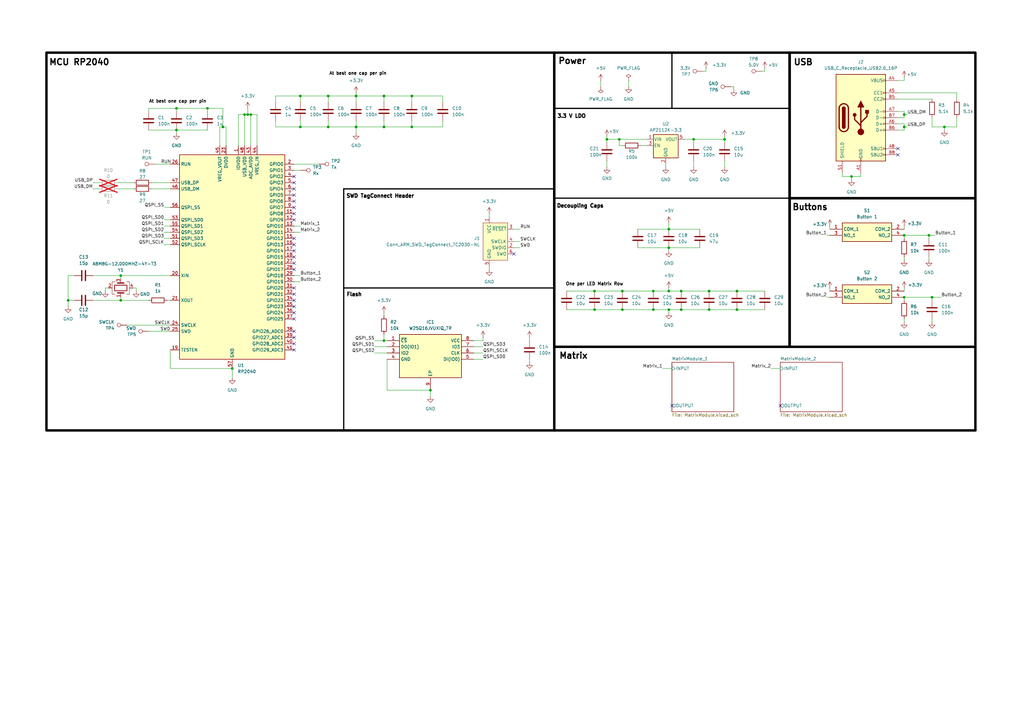
<source format=kicad_sch>
(kicad_sch (version 20231120) (generator "eeschema") (generator_version "8.0")
  (paper "A3")
  (title_block (title "TGL-Board") (date "24.03.2024") (rev "1.1") (company "Beo"))
  (junction (at 274.32 93.98))
  (junction (at 27.94 123.19))
  (junction (at 146.05 39.37))
  (junction (at 157.48 52.07))
  (junction (at 370.84 121.92))
  (junction (at 72.39 53.34))
  (junction (at 274.32 127))
  (junction (at 274.32 101.6))
  (junction (at 297.18 57.15))
  (junction (at 381 96.52))
  (junction (at 85.09 44.45))
  (junction (at 349.25 72.39))
  (junction (at 254 57.15))
  (junction (at 123.19 39.37))
  (junction (at 49.53 113.03))
  (junction (at 176.53 160.02))
  (junction (at 95.25 151.13))
  (junction (at 255.27 127))
  (junction (at 100.33 46.99))
  (junction (at 49.53 123.19))
  (junction (at 123.19 52.07))
  (junction (at 302.26 119.38))
  (junction (at 72.39 44.45))
  (junction (at 146.05 52.07))
  (junction (at 284.48 57.15))
  (junction (at 302.26 127))
  (junction (at 157.48 139.7))
  (junction (at 279.4 127))
  (junction (at 382.27 121.92))
  (junction (at 370.84 96.52))
  (junction (at 168.91 39.37))
  (junction (at 290.83 119.38))
  (junction (at 101.6 46.99))
  (junction (at 267.97 127))
  (junction (at 290.83 127))
  (junction (at 370.84 46.99))
  (junction (at 370.84 52.07))
  (junction (at 134.62 39.37))
  (junction (at 243.84 127))
  (junction (at 267.97 119.38))
  (junction (at 157.48 39.37))
  (junction (at 91.44 52.07))
  (junction (at 279.4 119.38))
  (junction (at 134.62 52.07))
  (junction (at 248.92 57.15))
  (junction (at 387.35 52.07))
  (junction (at 102.87 46.99))
  (junction (at 168.91 52.07))
  (junction (at 255.27 119.38))
  (junction (at 243.84 119.38))
  (junction (at 274.32 119.38))
  (no_connect (at 368.3 60.96))
  (no_connect (at 120.65 74.93))
  (no_connect (at 120.65 125.73))
  (no_connect (at 120.65 105.41))
  (no_connect (at 120.65 107.95))
  (no_connect (at 120.65 82.55))
  (no_connect (at 368.3 63.5))
  (no_connect (at 120.65 90.17))
  (no_connect (at 120.65 80.01))
  (no_connect (at 120.65 110.49))
  (no_connect (at 120.65 102.87))
  (no_connect (at 120.65 118.11))
  (no_connect (at 120.65 85.09))
  (no_connect (at 120.65 120.65))
  (no_connect (at 120.65 87.63))
  (no_connect (at 120.65 143.51))
  (no_connect (at 120.65 77.47))
  (no_connect (at 120.65 97.79))
  (no_connect (at 210.82 104.14))
  (no_connect (at 275.59 166.37))
  (no_connect (at 120.65 72.39))
  (no_connect (at 120.65 135.89))
  (no_connect (at 120.65 100.33))
  (no_connect (at 320.04 166.37))
  (no_connect (at 120.65 140.97))
  (no_connect (at 120.65 130.81))
  (no_connect (at 120.65 138.43))
  (no_connect (at 120.65 128.27))
  (no_connect (at 120.65 123.19))
  (wire (pts (xy 370.84 121.92) (xy 382.27 121.92)))
  (wire (pts (xy 49.53 123.19) (xy 49.53 121.92)))
  (wire (pts (xy 273.05 68.58) (xy 273.05 67.31)))
  (wire (pts (xy 72.39 53.34) (xy 72.39 54.61)))
  (wire (pts (xy 392.43 48.26) (xy 392.43 52.07)))
  (wire (pts (xy 217.17 138.43) (xy 217.17 139.7)))
  (wire (pts (xy 232.41 119.38) (xy 243.84 119.38)))
  (wire (pts (xy 302.26 127) (xy 313.69 127)))
  (wire (pts (xy 279.4 119.38) (xy 290.83 119.38)))
  (wire (pts (xy 157.48 39.37) (xy 157.48 41.91)))
  (wire (pts (xy 368.3 48.26) (xy 370.84 48.26)))
  (wire (pts (xy 297.18 55.88) (xy 297.18 57.15)))
  (wire (pts (xy 67.31 85.09) (xy 69.85 85.09)))
  (wire (pts (xy 254 57.15) (xy 254 59.69)))
  (wire (pts (xy 274.32 91.44) (xy 274.32 93.98)))
  (wire (pts (xy 382.27 121.92) (xy 386.08 121.92)))
  (wire (pts (xy 382.27 52.07) (xy 387.35 52.07)))
  (wire (pts (xy 123.19 39.37) (xy 123.19 41.91)))
  (wire (pts (xy 123.19 92.71) (xy 120.65 92.71)))
  (wire (pts (xy 284.48 58.42) (xy 284.48 57.15)))
  (wire (pts (xy 134.62 52.07) (xy 134.62 49.53)))
  (wire (pts (xy 100.33 46.99) (xy 100.33 59.69)))
  (wire (pts (xy 217.17 148.59) (xy 217.17 147.32)))
  (wire (pts (xy 113.03 39.37) (xy 123.19 39.37)))
  (wire (pts (xy 72.39 53.34) (xy 85.09 53.34)))
  (wire (pts (xy 243.84 127) (xy 255.27 127)))
  (polyline (pts (xy 227.33 77.47) (xy 140.97 77.47)) (stroke (width 0.5) (color 0 0 0 1)))
  (wire (pts (xy 381 96.52) (xy 381 97.79)))
  (wire (pts (xy 69.85 123.19) (xy 68.58 123.19)))
  (wire (pts (xy 300.99 35.56) (xy 299.72 35.56)))
  (wire (pts (xy 168.91 39.37) (xy 168.91 41.91)))
  (wire (pts (xy 248.92 58.42) (xy 248.92 57.15)))
  (wire (pts (xy 297.18 58.42) (xy 297.18 57.15)))
  (wire (pts (xy 181.61 39.37) (xy 181.61 41.91)))
  (wire (pts (xy 134.62 52.07) (xy 146.05 52.07)))
  (wire (pts (xy 153.67 144.78) (xy 158.75 144.78)))
  (wire (pts (xy 274.32 93.98) (xy 287.02 93.98)))
  (wire (pts (xy 284.48 68.58) (xy 284.48 66.04)))
  (wire (pts (xy 69.85 113.03) (xy 49.53 113.03)))
  (wire (pts (xy 289.56 27.94) (xy 289.56 29.21)))
  (wire (pts (xy 213.36 101.6) (xy 210.82 101.6)))
  (wire (pts (xy 158.75 160.02) (xy 176.53 160.02)))
  (wire (pts (xy 43.18 118.11) (xy 44.45 118.11)))
  (wire (pts (xy 48.26 77.47) (xy 54.61 77.47)))
  (wire (pts (xy 372.11 52.07) (xy 370.84 52.07)))
  (wire (pts (xy 55.88 119.38) (xy 55.88 118.11)))
  (wire (pts (xy 300.99 36.83) (xy 300.99 35.56)))
  (wire (pts (xy 123.19 115.57) (xy 120.65 115.57)))
  (wire (pts (xy 213.36 93.98) (xy 210.82 93.98)))
  (polyline (pts (xy 227.33 81.28) (xy 323.85 81.28)) (stroke (width 0.5) (color 0 0 0 1)))
  (wire (pts (xy 370.84 105.41) (xy 370.84 106.68)))
  (wire (pts (xy 392.43 40.64) (xy 392.43 38.1)))
  (wire (pts (xy 60.96 123.19) (xy 49.53 123.19)))
  (polyline (pts (xy 400.05 142.24) (xy 400.05 176.53)) (stroke (width 1) (color 0 0 0 1)))
  (wire (pts (xy 69.85 143.51) (xy 69.85 151.13)))
  (wire (pts (xy 113.03 52.07) (xy 113.03 49.53)))
  (wire (pts (xy 382.27 48.26) (xy 382.27 52.07)))
  (wire (pts (xy 123.19 95.25) (xy 120.65 95.25)))
  (wire (pts (xy 158.75 147.32) (xy 158.75 160.02)))
  (wire (pts (xy 370.84 45.72) (xy 370.84 46.99)))
  (wire (pts (xy 123.19 52.07) (xy 134.62 52.07)))
  (wire (pts (xy 370.84 96.52) (xy 381 96.52)))
  (wire (pts (xy 38.1 74.93) (xy 40.64 74.93)))
  (wire (pts (xy 60.96 53.34) (xy 72.39 53.34)))
  (wire (pts (xy 157.48 52.07) (xy 168.91 52.07)))
  (wire (pts (xy 60.96 135.89) (xy 69.85 135.89)))
  (wire (pts (xy 274.32 127) (xy 279.4 127)))
  (wire (pts (xy 27.94 125.73) (xy 27.94 123.19)))
  (wire (pts (xy 392.43 38.1) (xy 368.3 38.1)))
  (wire (pts (xy 157.48 129.54) (xy 157.48 128.27)))
  (wire (pts (xy 267.97 119.38) (xy 274.32 119.38)))
  (wire (pts (xy 62.23 74.93) (xy 69.85 74.93)))
  (wire (pts (xy 90.17 59.69) (xy 90.17 52.07)))
  (wire (pts (xy 368.3 53.34) (xy 370.84 53.34)))
  (wire (pts (xy 30.48 113.03) (xy 27.94 113.03)))
  (wire (pts (xy 267.97 127) (xy 274.32 127)))
  (wire (pts (xy 297.18 57.15) (xy 284.48 57.15)))
  (wire (pts (xy 248.92 68.58) (xy 248.92 66.04)))
  (wire (pts (xy 157.48 139.7) (xy 158.75 139.7)))
  (wire (pts (xy 382.27 123.19) (xy 382.27 121.92)))
  (wire (pts (xy 340.36 92.71) (xy 340.36 93.98)))
  (wire (pts (xy 370.84 123.19) (xy 370.84 121.92)))
  (wire (pts (xy 85.09 45.72) (xy 85.09 44.45)))
  (wire (pts (xy 368.3 40.64) (xy 382.27 40.64)))
  (wire (pts (xy 274.32 119.38) (xy 279.4 119.38)))
  (wire (pts (xy 382.27 130.81) (xy 382.27 132.08)))
  (wire (pts (xy 349.25 72.39) (xy 353.06 72.39)))
  (wire (pts (xy 153.67 142.24) (xy 158.75 142.24)))
  (wire (pts (xy 97.79 46.99) (xy 97.79 59.69)))
  (wire (pts (xy 370.84 52.07) (xy 370.84 53.34)))
  (wire (pts (xy 181.61 52.07) (xy 181.61 49.53)))
  (wire (pts (xy 243.84 119.38) (xy 255.27 119.38)))
  (wire (pts (xy 290.83 127) (xy 302.26 127)))
  (wire (pts (xy 257.81 35.56) (xy 257.81 33.02)))
  (wire (pts (xy 101.6 44.45) (xy 101.6 46.99)))
  (wire (pts (xy 176.53 162.56) (xy 176.53 160.02)))
  (wire (pts (xy 102.87 46.99) (xy 101.6 46.99)))
  (wire (pts (xy 100.33 46.99) (xy 97.79 46.99)))
  (wire (pts (xy 198.12 142.24) (xy 194.31 142.24)))
  (wire (pts (xy 38.1 77.47) (xy 40.64 77.47)))
  (wire (pts (xy 85.09 44.45) (xy 91.44 44.45)))
  (wire (pts (xy 198.12 138.43) (xy 198.12 139.7)))
  (wire (pts (xy 261.62 93.98) (xy 274.32 93.98)))
  (wire (pts (xy 92.71 59.69) (xy 92.71 52.07)))
  (wire (pts (xy 134.62 39.37) (xy 134.62 41.91)))
  (wire (pts (xy 62.23 77.47) (xy 69.85 77.47)))
  (wire (pts (xy 370.84 33.02) (xy 368.3 33.02)))
  (wire (pts (xy 60.96 44.45) (xy 72.39 44.45)))
  (wire (pts (xy 274.32 102.87) (xy 274.32 101.6)))
  (wire (pts (xy 198.12 147.32) (xy 194.31 147.32)))
  (wire (pts (xy 313.69 29.21) (xy 312.42 29.21)))
  (wire (pts (xy 63.5 67.31) (xy 69.85 67.31)))
  (wire (pts (xy 43.18 119.38) (xy 43.18 118.11)))
  (wire (pts (xy 120.65 69.85) (xy 123.19 69.85)))
  (wire (pts (xy 387.35 52.07) (xy 392.43 52.07)))
  (wire (pts (xy 353.06 72.39) (xy 353.06 71.12)))
  (wire (pts (xy 262.89 59.69) (xy 265.43 59.69)))
  (wire (pts (xy 146.05 38.1) (xy 146.05 39.37)))
  (wire (pts (xy 146.05 52.07) (xy 146.05 54.61)))
  (wire (pts (xy 271.78 151.13) (xy 275.59 151.13)))
  (wire (pts (xy 340.36 118.11) (xy 340.36 119.38)))
  (wire (pts (xy 146.05 52.07) (xy 157.48 52.07)))
  (wire (pts (xy 102.87 46.99) (xy 102.87 59.69)))
  (wire (pts (xy 67.31 100.33) (xy 69.85 100.33)))
  (wire (pts (xy 370.84 31.75) (xy 370.84 33.02)))
  (wire (pts (xy 157.48 39.37) (xy 146.05 39.37)))
  (polyline (pts (xy 140.97 118.11) (xy 227.33 118.11)) (stroke (width 0.5) (color 0 0 0 1)))
  (wire (pts (xy 370.84 130.81) (xy 370.84 132.08)))
  (wire (pts (xy 55.88 118.11) (xy 54.61 118.11)))
  (wire (pts (xy 198.12 144.78) (xy 194.31 144.78)))
  (wire (pts (xy 168.91 39.37) (xy 157.48 39.37)))
  (wire (pts (xy 168.91 52.07) (xy 181.61 52.07)))
  (wire (pts (xy 372.11 46.99) (xy 370.84 46.99)))
  (wire (pts (xy 95.25 151.13) (xy 95.25 154.94)))
  (polyline (pts (xy 140.97 77.47) (xy 140.97 118.11)) (stroke (width 0.5) (color 0 0 0 1)))
  (wire (pts (xy 198.12 139.7) (xy 194.31 139.7)))
  (wire (pts (xy 105.41 46.99) (xy 105.41 59.69)))
  (wire (pts (xy 297.18 68.58) (xy 297.18 66.04)))
  (wire (pts (xy 27.94 123.19) (xy 30.48 123.19)))
  (wire (pts (xy 279.4 127) (xy 290.83 127)))
  (wire (pts (xy 274.32 118.11) (xy 274.32 119.38)))
  (wire (pts (xy 146.05 39.37) (xy 134.62 39.37)))
  (wire (pts (xy 168.91 52.07) (xy 168.91 49.53)))
  (wire (pts (xy 146.05 52.07) (xy 146.05 49.53)))
  (wire (pts (xy 72.39 45.72) (xy 72.39 44.45)))
  (wire (pts (xy 261.62 101.6) (xy 274.32 101.6)))
  (wire (pts (xy 102.87 46.99) (xy 105.41 46.99)))
  (wire (pts (xy 370.84 50.8) (xy 370.84 52.07)))
  (wire (pts (xy 60.96 45.72) (xy 60.96 44.45)))
  (wire (pts (xy 120.65 67.31) (xy 130.81 67.31)))
  (wire (pts (xy 254 59.69) (xy 255.27 59.69)))
  (wire (pts (xy 370.84 46.99) (xy 370.84 48.26)))
  (wire (pts (xy 213.36 99.06) (xy 210.82 99.06)))
  (wire (pts (xy 345.44 72.39) (xy 349.25 72.39)))
  (wire (pts (xy 387.35 53.34) (xy 387.35 52.07)))
  (wire (pts (xy 91.44 44.45) (xy 91.44 52.07)))
  (wire (pts (xy 274.32 101.6) (xy 287.02 101.6)))
  (wire (pts (xy 254 57.15) (xy 265.43 57.15)))
  (wire (pts (xy 48.26 74.93) (xy 54.61 74.93)))
  (polyline (pts (xy 275.59 44.45) (xy 275.59 21.59)) (stroke (width 0.5) (color 0 0 0 1)))
  (wire (pts (xy 284.48 57.15) (xy 280.67 57.15)))
  (wire (pts (xy 289.56 29.21) (xy 288.29 29.21)))
  (wire (pts (xy 38.1 113.03) (xy 49.53 113.03)))
  (wire (pts (xy 290.83 119.38) (xy 302.26 119.38)))
  (wire (pts (xy 101.6 46.99) (xy 100.33 46.99)))
  (wire (pts (xy 113.03 39.37) (xy 113.03 41.91)))
  (wire (pts (xy 157.48 137.16) (xy 157.48 139.7)))
  (wire (pts (xy 232.41 127) (xy 243.84 127)))
  (wire (pts (xy 38.1 123.19) (xy 49.53 123.19)))
  (wire (pts (xy 52.07 133.35) (xy 69.85 133.35)))
  (wire (pts (xy 313.69 27.94) (xy 313.69 29.21)))
  (wire (pts (xy 200.66 87.63) (xy 200.66 88.9)))
  (wire (pts (xy 123.19 113.03) (xy 120.65 113.03)))
  (polyline (pts (xy 227.33 44.45) (xy 323.85 44.45)) (stroke (width 0.5) (color 0 0 0 1)))
  (wire (pts (xy 67.31 95.25) (xy 69.85 95.25)))
  (wire (pts (xy 49.53 113.03) (xy 49.53 114.3)))
  (wire (pts (xy 246.38 33.02) (xy 246.38 35.56)))
  (wire (pts (xy 368.3 45.72) (xy 370.84 45.72)))
  (wire (pts (xy 255.27 119.38) (xy 267.97 119.38)))
  (wire (pts (xy 370.84 118.11) (xy 370.84 119.38)))
  (wire (pts (xy 67.31 92.71) (xy 69.85 92.71)))
  (wire (pts (xy 370.84 96.52) (xy 370.84 97.79)))
  (wire (pts (xy 157.48 52.07) (xy 157.48 49.53)))
  (wire (pts (xy 113.03 52.07) (xy 123.19 52.07)))
  (wire (pts (xy 146.05 39.37) (xy 146.05 41.91)))
  (polyline (pts (xy 227.33 176.53) (xy 400.05 176.53)) (stroke (width 1) (color 0 0 0 1)))
  (wire (pts (xy 381 96.52) (xy 383.54 96.52)))
  (wire (pts (xy 69.85 151.13) (xy 95.25 151.13)))
  (wire (pts (xy 255.27 127) (xy 267.97 127)))
  (wire (pts (xy 345.44 72.39) (xy 345.44 71.12)))
  (wire (pts (xy 67.31 97.79) (xy 69.85 97.79)))
  (wire (pts (xy 381 106.68) (xy 381 105.41)))
  (polyline (pts (xy 140.97 118.11) (xy 140.97 176.53)) (stroke (width 0.5) (color 0 0 0 1)))
  (wire (pts (xy 316.23 151.13) (xy 320.04 151.13)))
  (wire (pts (xy 27.94 113.03) (xy 27.94 123.19)))
  (wire (pts (xy 90.17 52.07) (xy 91.44 52.07)))
  (wire (pts (xy 248.92 55.88) (xy 248.92 57.15)))
  (wire (pts (xy 153.67 139.7) (xy 157.48 139.7)))
  (wire (pts (xy 91.44 52.07) (xy 92.71 52.07)))
  (wire (pts (xy 67.31 90.17) (xy 69.85 90.17)))
  (wire (pts (xy 72.39 44.45) (xy 85.09 44.45)))
  (wire (pts (xy 274.32 128.27) (xy 274.32 127)))
  (wire (pts (xy 181.61 39.37) (xy 168.91 39.37)))
  (wire (pts (xy 134.62 39.37) (xy 123.19 39.37)))
  (wire (pts (xy 123.19 52.07) (xy 123.19 49.53)))
  (wire (pts (xy 368.3 50.8) (xy 370.84 50.8)))
  (wire (pts (xy 200.66 110.49) (xy 200.66 109.22)))
  (wire (pts (xy 370.84 92.71) (xy 370.84 93.98)))
  (wire (pts (xy 349.25 72.39) (xy 349.25 73.66)))
  (wire (pts (xy 339.09 121.92) (xy 340.36 121.92)))
  (wire (pts (xy 302.26 119.38) (xy 313.69 119.38)))
  (wire (pts (xy 339.09 96.52) (xy 340.36 96.52)))
  (wire (pts (xy 248.92 57.15) (xy 254 57.15)))
  (rectangle (start 227.33 21.59) (end 323.85 142.24) (stroke (width 1) (color 0 0 0 1)))
  (rectangle (start 323.85 21.59) (end 400.05 81.28) (stroke (width 1) (color 0 0 0 1)))
  (rectangle (start 19.05 21.59) (end 227.33 176.53) (stroke (width 1) (color 0 0 0 1)))
  (rectangle (start 323.85 81.28) (end 400.05 142.24) (stroke (width 1) (color 0 0 0 1)))
  (text "3.3 V LDO" (at 234.442 47.752 0) (effects (font (size 1.5 1.5) (thickness 0.5) (bold yes))))
  (text "USB" (at 329.438 25.654 0) (effects (font (size 2.5 2.5) (thickness 0.5) (bold yes))))
  (text "Matrix" (at 235.204 146.05 0) (effects (font (size 2.5 2.5) (thickness 0.5) (bold yes))))
  (text "At best one cap per pin" (at 72.898 41.656 0) (effects (font (size 1.27 1.27) (thickness 0.254) (bold yes))))
  (text "One per LED Matrix Row" (at 243.84 116.586 0) (effects (font (size 1.27 1.27) (thickness 0.254) (bold yes))))
  (text "At best one cap per pin" (at 146.812 30.226 0) (effects (font (size 1.27 1.27) (thickness 0.254) (bold yes))))
  (text "Power" (at 234.696 25.146 0) (effects (font (size 2.5 2.5) (thickness 0.5) (bold yes))))
  (text "Flash" (at 145.288 120.904 0) (effects (font (size 1.5 1.5) (thickness 0.5) (bold yes))))
  (text "MCU RP2040" (at 32.512 25.654 0) (effects (font (size 2.5 2.5) (thickness 0.5) (bold yes))))
  (text "Decoupling Caps" (at 237.998 84.582 0) (effects (font (size 1.5 1.5) (thickness 0.5) (bold yes))))
  (text "SWD TagConnect Header" (at 155.956 80.518 0) (effects (font (size 1.5 1.5) (thickness 0.5) (bold yes))))
  (text "Buttons" (at 332.232 85.09 0) (effects (font (size 2.5 2.5) (thickness 0.5) (bold yes))))
  (label "USB_DM" (at 38.1 77.47 180))
  (label "Button_2" (at 386.08 121.92 0))
  (label "USB_DP" (at 372.11 52.07 0))
  (label "Button_1" (at 383.54 96.52 0))
  (label "QSPI_SS" (at 153.67 139.7 180))
  (label "QSPI_SD1" (at 153.67 142.24 180))
  (label "QSPI_SS" (at 67.31 85.09 180))
  (label "QSPI_SD0" (at 67.31 90.17 180))
  (label "Button_2" (at 339.09 121.92 180))
  (label "QSPI_SCLK" (at 67.31 100.33 180))
  (label "SWD" (at 69.85 135.89 180))
  (label "QSPI_SD3" (at 67.31 97.79 180))
  (label "USB_DP" (at 38.1 74.93 180))
  (label "USB_DM" (at 372.11 46.99 0))
  (label "Button_1" (at 123.19 113.03 0))
  (label "Matrix_1" (at 123.19 92.71 0))
  (label "QSPI_SD2" (at 153.67 144.78 180))
  (label "QSPI_SD0" (at 198.12 147.32 0))
  (label "QSPI_SD2" (at 67.31 95.25 180))
  (label "SWD" (at 213.36 101.6 0))
  (label "SWCLK" (at 69.85 133.35 180))
  (label "Matrix_1" (at 271.78 151.13 180))
  (label "RUN" (at 66.04 67.31 0))
  (label "Button_2" (at 123.19 115.57 0))
  (label "Button_1" (at 339.09 96.52 180))
  (label "Matrix_2" (at 316.23 151.13 180))
  (label "QSPI_SD1" (at 67.31 92.71 180))
  (label "RUN" (at 213.36 93.98 0))
  (label "QSPI_SD3" (at 198.12 142.24 0))
  (label "Matrix_2" (at 123.19 95.25 0))
  (label "SWCLK" (at 213.36 99.06 0))
  (label "QSPI_SCLK" (at 198.12 144.78 0))
  (symbol (lib_id "Device:R") (at 44.45 74.93 270) (unit 1) (dnp yes)
    (property "Reference" "R10" (at 44.45 69.85 90))
    (property "Value" "0" (at 44.45 72.39 90))
    (property "Footprint" "Resistor_SMD:R_0402_1005Metric" (effects (hide yes)))
  )
  (symbol (lib_id "power:+5V") (at 370.84 31.75 0) (unit 1)
    (property "Reference" "#PWR0278" (effects (hide yes)))
    (property "Value" "+5V" (at 371.856 30.48 0) (effects (justify left)))
    (property "Description" "Power symbol creates a global label with name \"+5V\"" (effects (hide yes)))
  )
  (symbol (lib_id "power:+3.3V") (at 146.05 38.1 0) (unit 1)
    (property "Reference" "#PWR0273" (effects (hide yes)))
    (property "Value" "+3.3V" (at 146.05 33.02 0))
    (property "Description" "Power symbol creates a global label with name \"+3.3V\"" (effects (hide yes)))
  )
  (symbol (lib_id "Device:C") (at 284.48 62.23 180) (unit 1)
    (property "Reference" "C20" (at 288.29 60.96 0) (effects (justify right)))
    (property "Value" "100n" (at 288.29 63.5 0) (effects (justify right)))
    (property "Footprint" "Capacitor_SMD:C_0402_1005Metric" (effects (hide yes)))
    (property "LCSC" "C1525" (effects (hide yes)))
  )
  (symbol (lib_id "Device:C") (at 34.29 123.19 270) (unit 1)
    (property "Reference" "C12" (at 34.29 127 90))
    (property "Value" "15p" (at 34.29 129.54 90))
    (property "Footprint" "Capacitor_SMD:C_0402_1005Metric" (effects (hide yes)))
    (property "LCSC" "C1548" (effects (hide yes)))
  )
  (symbol (lib_id "power:+5V") (at 248.92 55.88 0) (unit 1)
    (property "Reference" "#PWR0281" (effects (hide yes)))
    (property "Value" "+5V" (at 249.682 53.848 0) (effects (justify left)))
    (property "Description" "Power symbol creates a global label with name \"+5V\"" (effects (hide yes)))
  )
  (symbol (lib_id "Device:C") (at 123.19 45.72 180) (unit 1)
    (property "Reference" "C5" (at 127 44.45 0) (effects (justify right)))
    (property "Value" "100n" (at 127 46.99 0) (effects (justify right)))
    (property "Footprint" "Capacitor_SMD:C_0402_1005Metric" (effects (hide yes)))
    (property "LCSC" "C1525" (effects (hide yes)))
  )
  (symbol (lib_id "Connector:TestPoint") (at 299.72 35.56 90) (unit 1)
    (property "Reference" "TP6" (at 294.64 36.83 90) (effects (justify left)))
    (property "Value" "GND" (at 294.64 34.29 90) (effects (justify left)))
    (property "Footprint" "TestPoint:TestPoint_Pad_D1.0mm" (effects (hide yes)))
    (property "Description" "test point" (effects (hide yes)))
  )
  (symbol (lib_id "Device:C") (at 181.61 45.72 180) (unit 1)
    (property "Reference" "C10" (at 185.42 44.45 0) (effects (justify right)))
    (property "Value" "100n" (at 185.42 46.99 0) (effects (justify right)))
    (property "Footprint" "Capacitor_SMD:C_0402_1005Metric" (effects (hide yes)))
    (property "LCSC" "C1525" (effects (hide yes)))
  )
  (symbol (lib_id "Device:C") (at 34.29 113.03 270) (unit 1)
    (property "Reference" "C13" (at 34.29 105.41 90))
    (property "Value" "15p" (at 34.29 107.95 90))
    (property "Footprint" "Capacitor_SMD:C_0402_1005Metric" (effects (hide yes)))
    (property "LCSC" "C1548" (effects (hide yes)))
  )
  (symbol (lib_id "PTS526_SK15_SMTR2_LFS:PTS526_SK15_SMTR2_LFS") (at 340.36 119.38 0) (unit 1)
    (property "Reference" "S2" (at 355.6 111.76 0))
    (property "Value" "Button 2" (at 355.6 114.3 0))
    (property "Footprint" "PTS526:PTS526SK15SMTR2LFS" (effects (hide yes)))
    (property "Datasheet" "https://www.ckswitches.com/media/2780/pts526.pdf" (effects (hide yes)))
    (property "Description" "Tact 5.2 x 5.2, 1.5 mm H, 260gf, G leads, No ground pin, metal actuator" (effects (hide yes)))
    (property "Height" "1.65" (effects (hide yes)))
    (property "Mouser Part Number" "611-PTS526SK15SMR2L" (effects (hide yes)))
    (property "Mouser Price/Stock" "https://www.mouser.co.uk/ProductDetail/CK/PTS526-SK15-SMTR2-LFS?qs=UXgszm6BlbF5Ezp94JAQtw%3D%3D" (effects (hide yes)))
    (property "Manufacturer_Name" "C & K COMPONENTS" (effects (hide yes)))
    (property "Manufacturer_Part_Number" "PTS526 SK15 SMTR2 LFS" (effects (hide yes)))
    (property "LCSC" "C318884" (effects (hide yes)))
  )
  (symbol (lib_id "Connector:TestPoint") (at 52.07 133.35 90) (unit 1)
    (property "Reference" "TP4" (at 46.99 134.62 90) (effects (justify left)))
    (property "Value" "SWCLK" (at 46.99 132.08 90) (effects (justify left)))
    (property "Footprint" "TestPoint:TestPoint_Pad_D1.0mm" (effects (hide yes)))
  )
  (symbol (lib_id "Device:C") (at 313.69 123.19 180) (unit 1)
    (property "Reference" "C29" (at 317.5 121.92 0) (effects (justify right)))
    (property "Value" "10u" (at 317.5 124.46 0) (effects (justify right)))
    (property "Footprint" "Capacitor_SMD:C_0603_1608Metric" (effects (hide yes)))
    (property "LCSC" "C19702" (effects (hide yes)))
  )
  (symbol (lib_id "power:GND") (at 43.18 119.38 0) (unit 1)
    (property "Reference" "#PWR0287" (effects (hide yes)))
    (property "Value" "GND" (at 37.846 120.396 0) (effects (justify left)))
    (property "Description" "Power symbol creates a global label with name \"GND\" , ground" (effects (hide yes)))
  )
  (symbol (lib_id "power:GND") (at 300.99 36.83 0) (unit 1)
    (property "Reference" "#PWR0293" (effects (hide yes)))
    (property "Value" "GND" (at 303.53 38.0999 0) (effects (justify left)))
    (property "Description" "Power symbol creates a global label with name \"GND\" , ground" (effects (hide yes)))
  )
  (symbol (lib_id "power:GND") (at 27.94 125.73 0) (unit 1)
    (property "Reference" "#PWR04" (effects (hide yes)))
    (property "Value" "GND" (at 27.94 130.81 0))
    (property "Description" "Power symbol creates a global label with name \"GND\" , ground" (effects (hide yes)))
  )
  (symbol (lib_id "Device:C") (at 267.97 123.19 180) (unit 1)
    (property "Reference" "C25" (at 271.78 121.92 0) (effects (justify right)))
    (property "Value" "10u" (at 271.78 124.46 0) (effects (justify right)))
    (property "Footprint" "Capacitor_SMD:C_0603_1608Metric" (effects (hide yes)))
    (property "LCSC" "C19702" (effects (hide yes)))
  )
  (symbol (lib_id "power:+5V") (at 274.32 118.11 0) (unit 1)
    (property "Reference" "#PWR0290" (effects (hide yes)))
    (property "Value" "+5V" (at 274.32 113.03 0))
    (property "Description" "Power symbol creates a global label with name \"+5V\"" (effects (hide yes)))
  )
  (symbol (lib_id "power:GND") (at 257.81 35.56 0) (unit 1)
    (property "Reference" "#PWR0295" (effects (hide yes)))
    (property "Value" "GND" (at 257.81 40.64 0))
    (property "Description" "Power symbol creates a global label with name \"GND\" , ground" (effects (hide yes)))
  )
  (symbol (lib_id "Device:C") (at 85.09 49.53 180) (unit 1)
    (property "Reference" "C3" (at 88.9 48.26 0) (effects (justify right)))
    (property "Value" "1u" (at 88.9 50.8 0) (effects (justify right)))
    (property "Footprint" "Capacitor_SMD:C_0402_1005Metric" (effects (hide yes)))
    (property "LCSC" "C52923" (effects (hide yes)))
  )
  (symbol (lib_id "Device:C") (at 302.26 123.19 180) (unit 1)
    (property "Reference" "C28" (at 306.07 121.92 0) (effects (justify right)))
    (property "Value" "10u" (at 306.07 124.46 0) (effects (justify right)))
    (property "Footprint" "Capacitor_SMD:C_0603_1608Metric" (effects (hide yes)))
    (property "LCSC" "C19702" (effects (hide yes)))
  )
  (symbol (lib_id "Device:C") (at 248.92 62.23 0) (unit 1)
    (property "Reference" "C21" (at 241.808 60.96 0) (effects (justify left)))
    (property "Value" "100n" (at 241.808 63.5 0) (effects (justify left)))
    (property "Footprint" "Capacitor_SMD:C_0402_1005Metric" (effects (hide yes)))
    (property "LCSC" "C1525" (effects (hide yes)))
  )
  (symbol (lib_id "Device:C") (at 290.83 123.19 180) (unit 1)
    (property "Reference" "C27" (at 294.64 121.92 0) (effects (justify right)))
    (property "Value" "10u" (at 294.64 124.46 0) (effects (justify right)))
    (property "Footprint" "Capacitor_SMD:C_0603_1608Metric" (effects (hide yes)))
    (property "LCSC" "C19702" (effects (hide yes)))
  )
  (symbol (lib_id "power:+3.3V") (at 101.6 44.45 0) (unit 1)
    (property "Reference" "#PWR03" (effects (hide yes)))
    (property "Value" "+3.3V" (at 101.6 39.37 0))
    (property "Description" "Power symbol creates a global label with name \"+3.3V\"" (effects (hide yes)))
  )
  (symbol (lib_id "power:+3.3V") (at 370.84 118.11 0) (unit 1)
    (property "Reference" "#PWR011" (effects (hide yes)))
    (property "Value" "+3.3V" (at 372.364 116.84 0) (effects (justify left)))
    (property "Description" "Power symbol creates a global label with name \"+3.3V\"" (effects (hide yes)))
  )
  (symbol (lib_id "power:+3.3V") (at 200.66 87.63 0) (unit 1)
    (property "Reference" "#PWR09" (effects (hide yes)))
    (property "Value" "+3.3V" (at 200.66 82.55 0))
    (property "Description" "Power symbol creates a global label with name \"+3.3V\"" (effects (hide yes)))
  )
  (symbol (lib_name "PWR_FLAG_1") (lib_id "power:PWR_FLAG") (at 257.81 33.02 0) (unit 1)
    (property "Reference" "#FLG03" (effects (hide yes)))
    (property "Value" "PWR_FLAG" (at 257.81 27.94 0))
    (property "Description" "Special symbol for telling ERC where power comes from" (effects (hide yes)))
  )
  (symbol (lib_id "Regulator_Linear:AP2112K-3.3") (at 273.05 59.69 0) (unit 1)
    (property "Reference" "U2" (at 273.05 50.8 0))
    (property "Value" "AP2112K-3.3" (at 273.05 53.34 0))
    (property "Footprint" "Package_TO_SOT_SMD:SOT-23-5" (effects (hide yes)))
    (property "Datasheet" "https://www.diodes.com/assets/Datasheets/AP2112.pdf" (effects (hide yes)))
    (property "LCSC" "C51118" (effects (hide yes)))
  )
  (symbol (lib_id "Device:C") (at 274.32 97.79 180) (unit 1)
    (property "Reference" "C18" (at 278.13 96.52 0) (effects (justify right)))
    (property "Value" "10u" (at 278.13 99.06 0) (effects (justify right)))
    (property "Footprint" "Capacitor_SMD:C_0603_1608Metric" (effects (hide yes)))
    (property "LCSC" "C19702" (effects (hide yes)))
  )
  (symbol (lib_id "power:GND") (at 274.32 102.87 0) (unit 1)
    (property "Reference" "#PWR0279" (effects (hide yes)))
    (property "Value" "GND" (at 274.32 107.95 0))
    (property "Description" "Power symbol creates a global label with name \"GND\" , ground" (effects (hide yes)))
  )
  (symbol (lib_id "power:GND") (at 95.25 154.94 0) (unit 1)
    (property "Reference" "#PWR08" (effects (hide yes)))
    (property "Value" "GND" (at 95.25 160.02 0))
    (property "Description" "Power symbol creates a global label with name \"GND\" , ground" (effects (hide yes)))
  )
  (symbol (lib_id "Device:C") (at 146.05 45.72 180) (unit 1)
    (property "Reference" "C7" (at 149.86 44.45 0) (effects (justify right)))
    (property "Value" "100n" (at 149.86 46.99 0) (effects (justify right)))
    (property "Footprint" "Capacitor_SMD:C_0402_1005Metric" (effects (hide yes)))
    (property "LCSC" "C1525" (effects (hide yes)))
  )
  (symbol (lib_id "Connector:USB_C_Receptacle_USB2.0_16P") (at 353.06 48.26 0) (unit 1)
    (property "Reference" "J2" (at 353.06 25.4 0))
    (property "Value" "USB_C_Receptacle_USB2.0_16P" (at 353.06 27.94 0))
    (property "Footprint" "Connector_USB:USB_C_Receptacle_GCT_USB4105-xx-A_16P_TopMnt_Horizontal" (effects (hide yes)))
    (property "Datasheet" "https://www.usb.org/sites/default/files/documents/usb_type-c.zip" (effects (hide yes)))
    (property "LCSC" "C2858270" (effects (hide yes)))
  )
  (symbol (lib_id "Device:R") (at 44.45 77.47 270) (unit 1) (dnp yes)
    (property "Reference" "R11" (at 44.45 80.264 90))
    (property "Value" "0" (at 44.45 82.804 90))
    (property "Footprint" "Resistor_SMD:R_0402_1005Metric" (effects (hide yes)))
  )
  (symbol (lib_id "Device:C") (at 72.39 49.53 180) (unit 1)
    (property "Reference" "C2" (at 76.2 48.26 0) (effects (justify right)))
    (property "Value" "100n" (at 76.2 50.8 0) (effects (justify right)))
    (property "Footprint" "Capacitor_SMD:C_0402_1005Metric" (effects (hide yes)))
    (property "LCSC" "C1525" (effects (hide yes)))
  )
  (symbol (lib_id "power:GND") (at 370.84 132.08 0) (unit 1)
    (property "Reference" "#PWR0272" (effects (hide yes)))
    (property "Value" "GND" (at 370.84 137.16 0))
    (property "Description" "Power symbol creates a global label with name \"GND\" , ground" (effects (hide yes)))
  )
  (symbol (lib_id "Device:C") (at 279.4 123.19 180) (unit 1)
    (property "Reference" "C26" (at 283.21 121.92 0) (effects (justify right)))
    (property "Value" "10u" (at 283.21 124.46 0) (effects (justify right)))
    (property "Footprint" "Capacitor_SMD:C_0603_1608Metric" (effects (hide yes)))
    (property "LCSC" "C19702" (effects (hide yes)))
  )
  (symbol (lib_id "Connector:TestPoint") (at 130.81 67.31 270) (unit 1)
    (property "Reference" "TP2" (at 135.89 66.04 90) (effects (justify left)))
    (property "Value" "Tx" (at 135.89 68.58 90) (effects (justify left)))
    (property "Footprint" "TestPoint:TestPoint_Pad_D1.0mm" (effects (hide yes)))
  )
  (symbol (lib_id "power:+3.3V") (at 217.17 138.43 0) (unit 1)
    (property "Reference" "#PWR0274" (effects (hide yes)))
    (property "Value" "+3.3V" (at 217.17 133.35 0))
    (property "Description" "Power symbol creates a global label with name \"+3.3V\"" (effects (hide yes)))
  )
  (symbol (lib_id "Connector:TestPoint") (at 312.42 29.21 90) (unit 1)
    (property "Reference" "TP8" (at 309.118 24.13 90))
    (property "Value" "5.0V" (at 309.118 26.67 90))
    (property "Footprint" "TestPoint:TestPoint_Pad_D1.0mm" (effects (hide yes)))
  )
  (symbol (lib_id "power:GND") (at 284.48 68.58 0) (unit 1)
    (property "Reference" "#PWR0284" (effects (hide yes)))
    (property "Value" "GND" (at 284.48 73.66 0))
    (property "Description" "Power symbol creates a global label with name \"GND\" , ground" (effects (hide yes)))
  )
  (symbol (lib_id "Device:C") (at 243.84 123.19 180) (unit 1)
    (property "Reference" "C23" (at 247.65 121.92 0) (effects (justify right)))
    (property "Value" "10u" (at 247.65 124.46 0) (effects (justify right)))
    (property "Footprint" "Capacitor_SMD:C_0603_1608Metric" (effects (hide yes)))
    (property "LCSC" "C19702" (effects (hide yes)))
  )
  (symbol (lib_id "Device:C") (at 168.91 45.72 180) (unit 1)
    (property "Reference" "C9" (at 172.72 44.45 0) (effects (justify right)))
    (property "Value" "100n" (at 172.72 46.99 0) (effects (justify right)))
    (property "Footprint" "Capacitor_SMD:C_0402_1005Metric" (effects (hide yes)))
    (property "LCSC" "C1525" (effects (hide yes)))
  )
  (symbol (lib_id "power:+5V") (at 274.32 91.44 0) (unit 1)
    (property "Reference" "#PWR0280" (effects (hide yes)))
    (property "Value" "+5V" (at 274.32 86.36 0))
    (property "Description" "Power symbol creates a global label with name \"+5V\"" (effects (hide yes)))
  )
  (symbol (lib_id "power:+3.3V") (at 157.48 128.27 0) (unit 1)
    (property "Reference" "#PWR0275" (effects (hide yes)))
    (property "Value" "+3.3V" (at 157.48 123.19 0))
    (property "Description" "Power symbol creates a global label with name \"+3.3V\"" (effects (hide yes)))
  )
  (symbol (lib_id "Device:C") (at 232.41 123.19 180) (unit 1)
    (property "Reference" "C22" (at 236.22 121.92 0) (effects (justify right)))
    (property "Value" "10u" (at 236.22 124.46 0) (effects (justify right)))
    (property "Footprint" "Capacitor_SMD:C_0603_1608Metric" (effects (hide yes)))
    (property "LCSC" "C19702" (effects (hide yes)))
  )
  (symbol (lib_id "Device:C") (at 381 101.6 180) (unit 1)
    (property "Reference" "C11" (at 384.81 100.33 0) (effects (justify right)))
    (property "Value" "100n" (at 384.81 102.87 0) (effects (justify right)))
    (property "Footprint" "Capacitor_SMD:C_0402_1005Metric" (effects (hide yes)))
    (property "LCSC" "C1525" (effects (hide yes)))
  )
  (symbol (lib_id "Connector:TestPoint") (at 60.96 135.89 90) (unit 1)
    (property "Reference" "TP5" (at 55.88 137.16 90) (effects (justify left)))
    (property "Value" "SWD" (at 55.88 134.62 90) (effects (justify left)))
    (property "Footprint" "TestPoint:TestPoint_Pad_D1.0mm" (effects (hide yes)))
  )
  (symbol (lib_id "power:PWR_FLAG") (at 246.38 35.56 180) (unit 1)
    (property "Reference" "#FLG02" (effects (hide yes)))
    (property "Value" "PWR_FLAG" (at 246.38 40.64 0))
    (property "Description" "Special symbol for telling ERC where power comes from" (effects (hide yes)))
  )
  (symbol (lib_id "Device:R") (at 58.42 77.47 270) (unit 1)
    (property "Reference" "R9" (at 58.42 79.756 90))
    (property "Value" "27" (at 58.42 82.296 90))
    (property "Footprint" "Resistor_SMD:R_0402_1005Metric" (effects (hide yes)))
    (property "LCSC" "C25156" (effects (hide yes)))
  )
  (symbol (lib_id "power:GND") (at 381 106.68 0) (unit 1)
    (property "Reference" "#PWR0296" (effects (hide yes)))
    (property "Value" "GND" (at 381 111.76 0))
    (property "Description" "Power symbol creates a global label with name \"GND\" , ground" (effects (hide yes)))
  )
  (symbol (lib_id "Device:C") (at 113.03 45.72 0) (unit 1)
    (property "Reference" "C4" (at 116.84 44.45 0) (effects (justify left)))
    (property "Value" "1u" (at 116.84 46.99 0) (effects (justify left)))
    (property "Footprint" "Capacitor_SMD:C_0402_1005Metric" (effects (hide yes)))
    (property "LCSC" "C52923" (effects (hide yes)))
  )
  (symbol (lib_id "Device:R") (at 157.48 133.35 180) (unit 1)
    (property "Reference" "R2" (at 160.02 132.08 0) (effects (justify right)))
    (property "Value" "10k" (at 160.02 134.62 0) (effects (justify right)))
    (property "Footprint" "Resistor_SMD:R_0402_1005Metric" (effects (hide yes)))
    (property "LCSC" "C25744" (effects (hide yes)))
  )
  (symbol (lib_id "Device:C") (at 217.17 143.51 0) (unit 1)
    (property "Reference" "C14" (at 220.98 142.24 0) (effects (justify left)))
    (property "Value" "100n" (at 220.98 144.78 0) (effects (justify left)))
    (property "Footprint" "Capacitor_SMD:C_0402_1005Metric" (effects (hide yes)))
    (property "LCSC" "C1525" (effects (hide yes)))
  )
  (symbol (lib_id "Device:R") (at 382.27 44.45 0) (unit 1)
    (property "Reference" "R3" (at 384.81 43.18 0) (effects (justify left)))
    (property "Value" "5.1k" (at 384.81 45.72 0) (effects (justify left)))
    (property "Footprint" "Resistor_SMD:R_0402_1005Metric" (effects (hide yes)))
    (property "LCSC" "C25905" (effects (hide yes)))
  )
  (symbol (lib_id "power:+3.3V") (at 289.56 27.94 0) (unit 1)
    (property "Reference" "#PWR0294" (effects (hide yes)))
    (property "Value" "+3.3V" (at 292.1 26.6699 0) (effects (justify left)))
    (property "Description" "Power symbol creates a global label with name \"+3.3V\"" (effects (hide yes)))
  )
  (symbol (lib_id "Device:R") (at 370.84 127 180) (unit 1)
    (property "Reference" "R6" (at 373.38 125.73 0) (effects (justify right)))
    (property "Value" "10k" (at 373.38 128.27 0) (effects (justify right)))
    (property "Footprint" "Resistor_SMD:R_0402_1005Metric" (effects (hide yes)))
    (property "LCSC" "C25744" (effects (hide yes)))
  )
  (symbol (lib_id "power:GND") (at 176.53 162.56 0) (unit 1)
    (property "Reference" "#PWR05" (effects (hide yes)))
    (property "Value" "GND" (at 176.53 167.64 0))
    (property "Description" "Power symbol creates a global label with name \"GND\" , ground" (effects (hide yes)))
  )
  (symbol (lib_id "power:GND") (at 55.88 119.38 0) (unit 1)
    (property "Reference" "#PWR0286" (effects (hide yes)))
    (property "Value" "GND" (at 57.404 120.65 0) (effects (justify left)))
    (property "Description" "Power symbol creates a global label with name \"GND\" , ground" (effects (hide yes)))
  )
  (symbol (lib_id "power:+5V") (at 246.38 33.02 0) (unit 1)
    (property "Reference" "#PWR0289" (effects (hide yes)))
    (property "Value" "+5V" (at 246.38 27.94 0))
    (property "Description" "Power symbol creates a global label with name \"+5V\"" (effects (hide yes)))
  )
  (symbol (lib_id "power:GND") (at 146.05 54.61 0) (unit 1)
    (property "Reference" "#PWR02" (effects (hide yes)))
    (property "Value" "GND" (at 146.05 59.69 0))
    (property "Description" "Power symbol creates a global label with name \"GND\" , ground" (effects (hide yes)))
  )
  (symbol (lib_id "power:+3.3V") (at 340.36 92.71 0) (unit 1)
    (property "Reference" "#PWR013" (effects (hide yes)))
    (property "Value" "+3.3V" (at 333.248 91.948 0) (effects (justify left)))
    (property "Description" "Power symbol creates a global label with name \"+3.3V\"" (effects (hide yes)))
  )
  (symbol (lib_id "power:+3.3V") (at 198.12 138.43 0) (unit 1)
    (property "Reference" "#PWR07" (effects (hide yes)))
    (property "Value" "+3.3V" (at 198.12 133.35 0))
    (property "Description" "Power symbol creates a global label with name \"+3.3V\"" (effects (hide yes)))
  )
  (symbol (lib_id "Connector:TestPoint") (at 63.5 67.31 90) (unit 1)
    (property "Reference" "TP1" (at 60.198 62.23 90))
    (property "Value" "RUN" (at 60.198 64.77 90))
    (property "Footprint" "TestPoint:TestPoint_Pad_D1.0mm" (effects (hide yes)))
  )
  (symbol (lib_id "Connector:Conn_ARM_SWD_TagConnect_TC2030-NL") (at 203.2 99.06 0) (unit 1) (in_bom no)
    (property "Reference" "J1" (at 196.85 97.79 0) (effects (justify right)))
    (property "Value" "Conn_ARM_SWD_TagConnect_TC2030-NL" (at 196.85 100.33 0) (effects (justify right)))
    (property "Footprint" "Connector:Tag-Connect_TC2030-IDC-NL_2x03_P1.27mm_Vertical" (effects (hide yes)))
    (property "Datasheet" "https://www.tag-connect.com/wp-content/uploads/bsk-pdf-manager/TC2030-CTX_1.pdf" (effects (hide yes)))
  )
  (symbol (lib_id "power:GND") (at 72.39 54.61 0) (unit 1)
    (property "Reference" "#PWR01" (effects (hide yes)))
    (property "Value" "GND" (at 72.39 59.69 0))
    (property "Description" "Power symbol creates a global label with name \"GND\" , ground" (effects (hide yes)))
  )
  (symbol (lib_id "power:+3.3V") (at 370.84 92.71 0) (unit 1)
    (property "Reference" "#PWR012" (effects (hide yes)))
    (property "Value" "+3.3V" (at 372.11 91.694 0) (effects (justify left)))
    (property "Description" "Power symbol creates a global label with name \"+3.3V\"" (effects (hide yes)))
  )
  (symbol (lib_id "power:GND") (at 387.35 53.34 0) (unit 1)
    (property "Reference" "#PWR0277" (effects (hide yes)))
    (property "Value" "GND" (at 387.35 58.42 0))
    (property "Description" "Power symbol creates a global label with name \"GND\" , ground" (effects (hide yes)))
  )
  (symbol (lib_id "W25Q16JVUXIQ_TR:W25Q16JVUXIQ_TR") (at 158.75 139.7 0) (unit 1)
    (property "Reference" "IC1" (at 176.53 132.08 0))
    (property "Value" "W25Q16JVUXIQ_TR" (at 176.53 134.62 0))
    (property "Footprint" "W25Q16JVUXIQ:SON50P300X200X60-9L" (effects (hide yes)))
    (property "Datasheet" "https://componentsearchengine.com/Datasheets/1/W25Q16JVUXIQ TR.pdf" (effects (hide yes)))
    (property "Description" "NOR Flash spiFlash, 3V, 16M-bit, 4Kb Uniform Sector, DTR" (effects (hide yes)))
    (property "Height" "0.6" (effects (hide yes)))
    (property "Mouser Part Number" "454-W25Q16JVUXIQTR" (effects (hide yes)))
    (property "Mouser Price/Stock" "https://www.mouser.co.uk/ProductDetail/Winbond/W25Q16JVUXIQ-TR?qs=qSfuJ%252Bfl%2Fd7SDdIHLGOd1g%3D%3D" (effects (hide yes)))
    (property "Manufacturer_Name" "Winbond" (effects (hide yes)))
    (property "Manufacturer_Part_Number" "W25Q16JVUXIQ TR" (effects (hide yes)))
    (property "LCSC" "C2843335" (effects (hide yes)))
  )
  (symbol (lib_id "Device:C") (at 297.18 62.23 180) (unit 1)
    (property "Reference" "C15" (at 300.99 60.96 0) (effects (justify right)))
    (property "Value" "10u" (at 300.99 63.5 0) (effects (justify right)))
    (property "Footprint" "Capacitor_SMD:C_0603_1608Metric" (effects (hide yes)))
    (property "LCSC" "C19702" (effects (hide yes)))
  )
  (symbol (lib_id "Device:R") (at 392.43 44.45 0) (unit 1)
    (property "Reference" "R4" (at 394.97 43.18 0) (effects (justify left)))
    (property "Value" "5.1k" (at 394.97 45.72 0) (effects (justify left)))
    (property "Footprint" "Resistor_SMD:R_0402_1005Metric" (effects (hide yes)))
    (property "LCSC" "C25905" (effects (hide yes)))
  )
  (symbol (lib_id "power:GND") (at 297.18 68.58 0) (unit 1)
    (property "Reference" "#PWR0292" (effects (hide yes)))
    (property "Value" "GND" (at 297.18 73.66 0))
    (property "Description" "Power symbol creates a global label with name \"GND\" , ground" (effects (hide yes)))
  )
  (symbol (lib_id "power:GND") (at 200.66 110.49 0) (unit 1)
    (property "Reference" "#PWR010" (effects (hide yes)))
    (property "Value" "GND" (at 200.66 115.57 0))
    (property "Description" "Power symbol creates a global label with name \"GND\" , ground" (effects (hide yes)))
  )
  (symbol (lib_id "power:GND") (at 248.92 68.58 0) (unit 1)
    (property "Reference" "#PWR0285" (effects (hide yes)))
    (property "Value" "GND" (at 246.888 73.152 0) (effects (justify left)))
    (property "Description" "Power symbol creates a global label with name \"GND\" , ground" (effects (hide yes)))
  )
  (symbol (lib_id "power:GND") (at 370.84 106.68 0) (unit 1)
    (property "Reference" "#PWR0271" (effects (hide yes)))
    (property "Value" "GND" (at 370.84 111.76 0))
    (property "Description" "Power symbol creates a global label with name \"GND\" , ground" (effects (hide yes)))
  )
  (symbol (lib_id "PTS526_SK15_SMTR2_LFS:PTS526_SK15_SMTR2_LFS") (at 340.36 93.98 0) (unit 1)
    (property "Reference" "S1" (at 355.6 86.36 0))
    (property "Value" "Button 1" (at 355.6 88.9 0))
    (property "Footprint" "PTS526:PTS526SK15SMTR2LFS" (effects (hide yes)))
    (property "Datasheet" "https://www.ckswitches.com/media/2780/pts526.pdf" (effects (hide yes)))
    (property "Description" "Tact 5.2 x 5.2, 1.5 mm H, 260gf, G leads, No ground pin, metal actuator" (effects (hide yes)))
    (property "Height" "1.65" (effects (hide yes)))
    (property "Mouser Part Number" "611-PTS526SK15SMR2L" (effects (hide yes)))
    (property "Mouser Price/Stock" "https://www.mouser.co.uk/ProductDetail/CK/PTS526-SK15-SMTR2-LFS?qs=UXgszm6BlbF5Ezp94JAQtw%3D%3D" (effects (hide yes)))
    (property "Manufacturer_Name" "C & K COMPONENTS" (effects (hide yes)))
    (property "Manufacturer_Part_Number" "PTS526 SK15 SMTR2 LFS" (effects (hide yes)))
    (property "LCSC" "C318884" (effects (hide yes)))
  )
  (symbol (lib_id "Device:R") (at 64.77 123.19 90) (unit 1)
    (property "Reference" "R1" (at 64.77 116.84 90))
    (property "Value" "1k" (at 64.77 119.38 90))
    (property "Footprint" "Resistor_SMD:R_0402_1005Metric" (effects (hide yes)))
    (property "LCSC" "C11702" (effects (hide yes)))
  )
  (symbol (lib_id "Connector:TestPoint") (at 123.19 69.85 270) (unit 1)
    (property "Reference" "TP3" (at 128.27 68.58 90) (effects (justify left)))
    (property "Value" "Rx" (at 128.27 71.12 90) (effects (justify left)))
    (property "Footprint" "TestPoint:TestPoint_Pad_D1.0mm" (effects (hide yes)))
  )
  (symbol (lib_id "power:+3.3V") (at 297.18 55.88 0) (unit 1)
    (property "Reference" "#PWR0282" (effects (hide yes)))
    (property "Value" "+3.3V" (at 299.72 54.6099 0) (effects (justify left)))
    (property "Description" "Power symbol creates a global label with name \"+3.3V\"" (effects (hide yes)))
  )
  (symbol (lib_id "Device:C") (at 287.02 97.79 180) (unit 1)
    (property "Reference" "C19" (at 290.83 96.52 0) (effects (justify right)))
    (property "Value" "47u" (at 290.83 99.06 0) (effects (justify right)))
    (property "Footprint" "Capacitor_SMD:C_0805_2012Metric" (effects (hide yes)))
    (property "LCSC" "C16780" (effects (hide yes)))
  )
  (symbol (lib_id "Connector:TestPoint") (at 288.29 29.21 90) (unit 1)
    (property "Reference" "TP7" (at 283.21 30.48 90) (effects (justify left)))
    (property "Value" "3.3V" (at 283.21 27.94 90) (effects (justify left)))
    (property "Footprint" "TestPoint:TestPoint_Pad_D1.0mm" (effects (hide yes)))
  )
  (symbol (lib_id "power:GND") (at 274.32 128.27 0) (unit 1)
    (property "Reference" "#PWR0291" (effects (hide yes)))
    (property "Value" "GND" (at 274.32 133.35 0))
    (property "Description" "Power symbol creates a global label with name \"GND\" , ground" (effects (hide yes)))
  )
  (symbol (lib_id "power:GND") (at 382.27 132.08 0) (unit 1)
    (property "Reference" "#PWR0297" (effects (hide yes)))
    (property "Value" "GND" (at 382.27 137.16 0))
    (property "Description" "Power symbol creates a global label with name \"GND\" , ground" (effects (hide yes)))
  )
  (symbol (lib_id "Device:C") (at 255.27 123.19 180) (unit 1)
    (property "Reference" "C24" (at 259.08 121.92 0) (effects (justify right)))
    (property "Value" "10u" (at 259.08 124.46 0) (effects (justify right)))
    (property "Footprint" "Capacitor_SMD:C_0603_1608Metric" (effects (hide yes)))
    (property "LCSC" "C19702" (effects (hide yes)))
  )
  (symbol (lib_id "power:GND") (at 349.25 73.66 0) (unit 1)
    (property "Reference" "#PWR0276" (effects (hide yes)))
    (property "Value" "GND" (at 349.25 78.74 0))
    (property "Description" "Power symbol creates a global label with name \"GND\" , ground" (effects (hide yes)))
  )
  (symbol (lib_id "Device:C") (at 60.96 49.53 180) (unit 1)
    (property "Reference" "C1" (at 64.77 48.26 0) (effects (justify right)))
    (property "Value" "100n" (at 64.77 50.8 0) (effects (justify right)))
    (property "Footprint" "Capacitor_SMD:C_0402_1005Metric" (effects (hide yes)))
    (property "LCSC" "C1525" (effects (hide yes)))
  )
  (symbol (lib_id "Device:C") (at 382.27 127 180) (unit 1)
    (property "Reference" "C16" (at 386.08 125.73 0) (effects (justify right)))
    (property "Value" "100n" (at 386.08 128.27 0) (effects (justify right)))
    (property "Footprint" "Capacitor_SMD:C_0402_1005Metric" (effects (hide yes)))
    (property "LCSC" "C1525" (effects (hide yes)))
  )
  (symbol (lib_id "Device:Crystal_GND24") (at 49.53 118.11 90) (unit 1)
    (property "Reference" "Y1" (at 49.53 110.744 90))
    (property "Value" "ABM8G-12.000MHZ-4Y-T3" (at 51.054 108.204 90))
    (property "Footprint" "Crystal:Crystal_SMD_3225-4Pin_3.2x2.5mm" (effects (hide yes)))
    (property "LCSC" "C9002" (effects (hide yes)))
  )
  (symbol (lib_id "Device:C") (at 261.62 97.79 180) (unit 1)
    (property "Reference" "C17" (at 265.43 96.52 0) (effects (justify right)))
    (property "Value" "10u" (at 265.43 99.06 0) (effects (justify right)))
    (property "Footprint" "Capacitor_SMD:C_0603_1608Metric" (effects (hide yes)))
    (property "LCSC" "C19702" (effects (hide yes)))
  )
  (symbol (lib_id "Device:C") (at 157.48 45.72 180) (unit 1)
    (property "Reference" "C8" (at 161.29 44.45 0) (effects (justify right)))
    (property "Value" "100n" (at 161.29 46.99 0) (effects (justify right)))
    (property "Footprint" "Capacitor_SMD:C_0402_1005Metric" (effects (hide yes)))
    (property "LCSC" "C1525" (effects (hide yes)))
  )
  (symbol (lib_id "power:GND") (at 273.05 68.58 0) (unit 1)
    (property "Reference" "#PWR0283" (effects (hide yes)))
    (property "Value" "GND" (at 273.05 73.66 0))
    (property "Description" "Power symbol creates a global label with name \"GND\" , ground" (effects (hide yes)))
  )
  (symbol (lib_id "Device:R") (at 370.84 101.6 180) (unit 1)
    (property "Reference" "R7" (at 373.38 100.33 0) (effects (justify right)))
    (property "Value" "10k" (at 373.38 102.87 0) (effects (justify right)))
    (property "Footprint" "Resistor_SMD:R_0402_1005Metric" (effects (hide yes)))
    (property "LCSC" "C25744" (effects (hide yes)))
  )
  (symbol (lib_id "Device:R") (at 58.42 74.93 270) (unit 1)
    (property "Reference" "R8" (at 58.42 70.104 90))
    (property "Value" "27" (at 58.42 72.644 90))
    (property "Footprint" "Resistor_SMD:R_0402_1005Metric" (effects (hide yes)))
    (property "LCSC" "C25156" (effects (hide yes)))
  )
  (symbol (lib_id "Device:C") (at 134.62 45.72 180) (unit 1)
    (property "Reference" "C6" (at 138.43 44.45 0) (effects (justify right)))
    (property "Value" "100n" (at 138.43 46.99 0) (effects (justify right)))
    (property "Footprint" "Capacitor_SMD:C_0402_1005Metric" (effects (hide yes)))
    (property "LCSC" "C1525" (effects (hide yes)))
  )
  (symbol (lib_id "power:+3.3V") (at 340.36 118.11 0) (unit 1)
    (property "Reference" "#PWR014" (effects (hide yes)))
    (property "Value" "+3.3V" (at 333.248 117.094 0) (effects (justify left)))
    (property "Description" "Power symbol creates a global label with name \"+3.3V\"" (effects (hide yes)))
  )
  (symbol (lib_id "power:GND") (at 217.17 148.59 0) (unit 1)
    (property "Reference" "#PWR06" (effects (hide yes)))
    (property "Value" "GND" (at 217.17 153.67 0))
    (property "Description" "Power symbol creates a global label with name \"GND\" , ground" (effects (hide yes)))
  )
  (symbol (lib_id "power:+5V") (at 313.69 27.94 0) (unit 1)
    (property "Reference" "#PWR0288" (effects (hide yes)))
    (property "Value" "+5V" (at 314.96 26.67 0) (effects (justify left)))
    (property "Description" "Power symbol creates a global label with name \"+5V\"" (effects (hide yes)))
  )
  (symbol (lib_id "MCU_RaspberryPi:RP2040") (at 95.25 105.41 0) (unit 1)
    (property "Reference" "U1" (at 97.4441 149.86 0) (effects (justify left)))
    (property "Value" "RP2040" (at 97.4441 152.4 0) (effects (justify left)))
    (property "Footprint" "Package_DFN_QFN:QFN-56-1EP_7x7mm_P0.4mm_EP3.2x3.2mm" (effects (hide yes)))
    (property "Datasheet" "https://datasheets.raspberrypi.com/rp2040/rp2040-datasheet.pdf" (effects (hide yes)))
    (property "LCSC" "C2040" (effects (hide yes)))
  )
  (symbol (lib_id "Device:R") (at 259.08 59.69 90) (unit 1)
    (property "Reference" "R5" (at 259.08 61.976 90))
    (property "Value" "100k" (at 259.08 64.516 90))
    (property "Footprint" "Resistor_SMD:R_0402_1005Metric" (effects (hide yes)))
    (property "LCSC" "C25741" (effects (hide yes)))
  )
  (sheet (at 275.59 148.59) (size 25.4 20.32) (stroke (width 0.1524))
    (property "Sheetname" "MatrixModule_1" (at 275.59 147.8784 0) (effects (justify left bottom)))
    (property "Sheetfile" "MatrixModule.kicad_sch" (at 275.59 169.4946 0) (effects (justify left top)))
    (pin "INPUT" input (at 275.59 151.13 180))
    (pin "OUTPUT" output (at 275.59 166.37 180))
  )
  (sheet (at 320.04 148.59) (size 25.4 20.32) (stroke (width 0.1524))
    (property "Sheetname" "MatrixModule_2" (at 320.04 147.8784 0) (effects (justify left bottom)))
    (property "Sheetfile" "MatrixModule.kicad_sch" (at 320.04 169.4946 0) (effects (justify left top)))
    (pin "INPUT" input (at 320.04 151.13 180))
    (pin "OUTPUT" output (at 320.04 166.37 180))
  )
)
</source>
